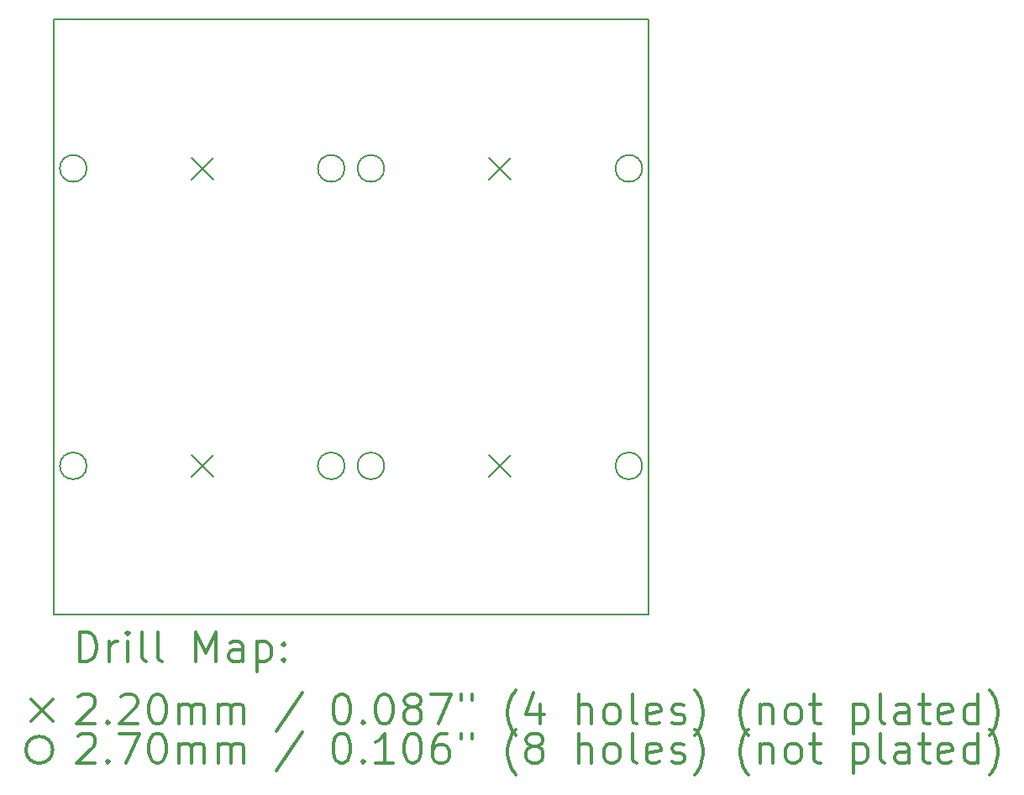
<source format=gbr>
%FSLAX45Y45*%
G04 Gerber Fmt 4.5, Leading zero omitted, Abs format (unit mm)*
G04 Created by KiCad (PCBNEW 4.0.6) date Saturday 24 June 2017 19:10:56*
%MOMM*%
%LPD*%
G01*
G04 APERTURE LIST*
%ADD10C,0.127000*%
%ADD11C,0.150000*%
%ADD12C,0.200000*%
%ADD13C,0.300000*%
G04 APERTURE END LIST*
D10*
D11*
X6000000Y0D02*
X0Y0D01*
X6000000Y6000000D02*
X0Y6000000D01*
X6000000Y0D02*
X6000000Y6000000D01*
X0Y6000000D02*
X0Y0D01*
D12*
X1390000Y4610000D02*
X1610000Y4390000D01*
X1610000Y4610000D02*
X1390000Y4390000D01*
X1390000Y1610000D02*
X1610000Y1390000D01*
X1610000Y1610000D02*
X1390000Y1390000D01*
X4390000Y4610000D02*
X4610000Y4390000D01*
X4610000Y4610000D02*
X4390000Y4390000D01*
X4390000Y1610000D02*
X4610000Y1390000D01*
X4610000Y1610000D02*
X4390000Y1390000D01*
X335000Y4500000D02*
G75*
G03X335000Y4500000I-135000J0D01*
G01*
X335000Y1500000D02*
G75*
G03X335000Y1500000I-135000J0D01*
G01*
X2935000Y4500000D02*
G75*
G03X2935000Y4500000I-135000J0D01*
G01*
X2935000Y1500000D02*
G75*
G03X2935000Y1500000I-135000J0D01*
G01*
X3335000Y4500000D02*
G75*
G03X3335000Y4500000I-135000J0D01*
G01*
X3335000Y1500000D02*
G75*
G03X3335000Y1500000I-135000J0D01*
G01*
X5935000Y4500000D02*
G75*
G03X5935000Y4500000I-135000J0D01*
G01*
X5935000Y1500000D02*
G75*
G03X5935000Y1500000I-135000J0D01*
G01*
D13*
X263929Y-473214D02*
X263929Y-173214D01*
X335357Y-173214D01*
X378214Y-187500D01*
X406786Y-216071D01*
X421071Y-244643D01*
X435357Y-301786D01*
X435357Y-344643D01*
X421071Y-401786D01*
X406786Y-430357D01*
X378214Y-458929D01*
X335357Y-473214D01*
X263929Y-473214D01*
X563929Y-473214D02*
X563929Y-273214D01*
X563929Y-330357D02*
X578214Y-301786D01*
X592500Y-287500D01*
X621071Y-273214D01*
X649643Y-273214D01*
X749643Y-473214D02*
X749643Y-273214D01*
X749643Y-173214D02*
X735357Y-187500D01*
X749643Y-201786D01*
X763928Y-187500D01*
X749643Y-173214D01*
X749643Y-201786D01*
X935357Y-473214D02*
X906786Y-458929D01*
X892500Y-430357D01*
X892500Y-173214D01*
X1092500Y-473214D02*
X1063929Y-458929D01*
X1049643Y-430357D01*
X1049643Y-173214D01*
X1435357Y-473214D02*
X1435357Y-173214D01*
X1535357Y-387500D01*
X1635357Y-173214D01*
X1635357Y-473214D01*
X1906786Y-473214D02*
X1906786Y-316072D01*
X1892500Y-287500D01*
X1863928Y-273214D01*
X1806786Y-273214D01*
X1778214Y-287500D01*
X1906786Y-458929D02*
X1878214Y-473214D01*
X1806786Y-473214D01*
X1778214Y-458929D01*
X1763928Y-430357D01*
X1763928Y-401786D01*
X1778214Y-373214D01*
X1806786Y-358929D01*
X1878214Y-358929D01*
X1906786Y-344643D01*
X2049643Y-273214D02*
X2049643Y-573214D01*
X2049643Y-287500D02*
X2078214Y-273214D01*
X2135357Y-273214D01*
X2163929Y-287500D01*
X2178214Y-301786D01*
X2192500Y-330357D01*
X2192500Y-416071D01*
X2178214Y-444643D01*
X2163929Y-458929D01*
X2135357Y-473214D01*
X2078214Y-473214D01*
X2049643Y-458929D01*
X2321071Y-444643D02*
X2335357Y-458929D01*
X2321071Y-473214D01*
X2306786Y-458929D01*
X2321071Y-444643D01*
X2321071Y-473214D01*
X2321071Y-287500D02*
X2335357Y-301786D01*
X2321071Y-316072D01*
X2306786Y-301786D01*
X2321071Y-287500D01*
X2321071Y-316072D01*
X-227500Y-857500D02*
X-7500Y-1077500D01*
X-7500Y-857500D02*
X-227500Y-1077500D01*
X249643Y-831786D02*
X263929Y-817500D01*
X292500Y-803214D01*
X363928Y-803214D01*
X392500Y-817500D01*
X406786Y-831786D01*
X421071Y-860357D01*
X421071Y-888929D01*
X406786Y-931786D01*
X235357Y-1103214D01*
X421071Y-1103214D01*
X549643Y-1074643D02*
X563929Y-1088929D01*
X549643Y-1103214D01*
X535357Y-1088929D01*
X549643Y-1074643D01*
X549643Y-1103214D01*
X678214Y-831786D02*
X692500Y-817500D01*
X721071Y-803214D01*
X792500Y-803214D01*
X821071Y-817500D01*
X835357Y-831786D01*
X849643Y-860357D01*
X849643Y-888929D01*
X835357Y-931786D01*
X663928Y-1103214D01*
X849643Y-1103214D01*
X1035357Y-803214D02*
X1063929Y-803214D01*
X1092500Y-817500D01*
X1106786Y-831786D01*
X1121071Y-860357D01*
X1135357Y-917500D01*
X1135357Y-988929D01*
X1121071Y-1046071D01*
X1106786Y-1074643D01*
X1092500Y-1088929D01*
X1063929Y-1103214D01*
X1035357Y-1103214D01*
X1006786Y-1088929D01*
X992500Y-1074643D01*
X978214Y-1046071D01*
X963928Y-988929D01*
X963928Y-917500D01*
X978214Y-860357D01*
X992500Y-831786D01*
X1006786Y-817500D01*
X1035357Y-803214D01*
X1263929Y-1103214D02*
X1263929Y-903214D01*
X1263929Y-931786D02*
X1278214Y-917500D01*
X1306786Y-903214D01*
X1349643Y-903214D01*
X1378214Y-917500D01*
X1392500Y-946071D01*
X1392500Y-1103214D01*
X1392500Y-946071D02*
X1406786Y-917500D01*
X1435357Y-903214D01*
X1478214Y-903214D01*
X1506786Y-917500D01*
X1521071Y-946071D01*
X1521071Y-1103214D01*
X1663928Y-1103214D02*
X1663928Y-903214D01*
X1663928Y-931786D02*
X1678214Y-917500D01*
X1706786Y-903214D01*
X1749643Y-903214D01*
X1778214Y-917500D01*
X1792500Y-946071D01*
X1792500Y-1103214D01*
X1792500Y-946071D02*
X1806786Y-917500D01*
X1835357Y-903214D01*
X1878214Y-903214D01*
X1906786Y-917500D01*
X1921071Y-946071D01*
X1921071Y-1103214D01*
X2506786Y-788929D02*
X2249643Y-1174643D01*
X2892500Y-803214D02*
X2921071Y-803214D01*
X2949643Y-817500D01*
X2963928Y-831786D01*
X2978214Y-860357D01*
X2992500Y-917500D01*
X2992500Y-988929D01*
X2978214Y-1046071D01*
X2963928Y-1074643D01*
X2949643Y-1088929D01*
X2921071Y-1103214D01*
X2892500Y-1103214D01*
X2863928Y-1088929D01*
X2849643Y-1074643D01*
X2835357Y-1046071D01*
X2821071Y-988929D01*
X2821071Y-917500D01*
X2835357Y-860357D01*
X2849643Y-831786D01*
X2863928Y-817500D01*
X2892500Y-803214D01*
X3121071Y-1074643D02*
X3135357Y-1088929D01*
X3121071Y-1103214D01*
X3106786Y-1088929D01*
X3121071Y-1074643D01*
X3121071Y-1103214D01*
X3321071Y-803214D02*
X3349643Y-803214D01*
X3378214Y-817500D01*
X3392500Y-831786D01*
X3406785Y-860357D01*
X3421071Y-917500D01*
X3421071Y-988929D01*
X3406785Y-1046071D01*
X3392500Y-1074643D01*
X3378214Y-1088929D01*
X3349643Y-1103214D01*
X3321071Y-1103214D01*
X3292500Y-1088929D01*
X3278214Y-1074643D01*
X3263928Y-1046071D01*
X3249643Y-988929D01*
X3249643Y-917500D01*
X3263928Y-860357D01*
X3278214Y-831786D01*
X3292500Y-817500D01*
X3321071Y-803214D01*
X3592500Y-931786D02*
X3563928Y-917500D01*
X3549643Y-903214D01*
X3535357Y-874643D01*
X3535357Y-860357D01*
X3549643Y-831786D01*
X3563928Y-817500D01*
X3592500Y-803214D01*
X3649643Y-803214D01*
X3678214Y-817500D01*
X3692500Y-831786D01*
X3706785Y-860357D01*
X3706785Y-874643D01*
X3692500Y-903214D01*
X3678214Y-917500D01*
X3649643Y-931786D01*
X3592500Y-931786D01*
X3563928Y-946071D01*
X3549643Y-960357D01*
X3535357Y-988929D01*
X3535357Y-1046071D01*
X3549643Y-1074643D01*
X3563928Y-1088929D01*
X3592500Y-1103214D01*
X3649643Y-1103214D01*
X3678214Y-1088929D01*
X3692500Y-1074643D01*
X3706785Y-1046071D01*
X3706785Y-988929D01*
X3692500Y-960357D01*
X3678214Y-946071D01*
X3649643Y-931786D01*
X3806785Y-803214D02*
X4006785Y-803214D01*
X3878214Y-1103214D01*
X4106786Y-803214D02*
X4106786Y-860357D01*
X4221071Y-803214D02*
X4221071Y-860357D01*
X4663928Y-1217500D02*
X4649643Y-1203214D01*
X4621071Y-1160357D01*
X4606786Y-1131786D01*
X4592500Y-1088929D01*
X4578214Y-1017500D01*
X4578214Y-960357D01*
X4592500Y-888929D01*
X4606786Y-846071D01*
X4621071Y-817500D01*
X4649643Y-774643D01*
X4663928Y-760357D01*
X4906786Y-903214D02*
X4906786Y-1103214D01*
X4835357Y-788929D02*
X4763928Y-1003214D01*
X4949643Y-1003214D01*
X5292500Y-1103214D02*
X5292500Y-803214D01*
X5421071Y-1103214D02*
X5421071Y-946071D01*
X5406786Y-917500D01*
X5378214Y-903214D01*
X5335357Y-903214D01*
X5306786Y-917500D01*
X5292500Y-931786D01*
X5606785Y-1103214D02*
X5578214Y-1088929D01*
X5563928Y-1074643D01*
X5549643Y-1046071D01*
X5549643Y-960357D01*
X5563928Y-931786D01*
X5578214Y-917500D01*
X5606785Y-903214D01*
X5649643Y-903214D01*
X5678214Y-917500D01*
X5692500Y-931786D01*
X5706785Y-960357D01*
X5706785Y-1046071D01*
X5692500Y-1074643D01*
X5678214Y-1088929D01*
X5649643Y-1103214D01*
X5606785Y-1103214D01*
X5878214Y-1103214D02*
X5849643Y-1088929D01*
X5835357Y-1060357D01*
X5835357Y-803214D01*
X6106786Y-1088929D02*
X6078214Y-1103214D01*
X6021071Y-1103214D01*
X5992500Y-1088929D01*
X5978214Y-1060357D01*
X5978214Y-946071D01*
X5992500Y-917500D01*
X6021071Y-903214D01*
X6078214Y-903214D01*
X6106786Y-917500D01*
X6121071Y-946071D01*
X6121071Y-974643D01*
X5978214Y-1003214D01*
X6235357Y-1088929D02*
X6263928Y-1103214D01*
X6321071Y-1103214D01*
X6349643Y-1088929D01*
X6363928Y-1060357D01*
X6363928Y-1046071D01*
X6349643Y-1017500D01*
X6321071Y-1003214D01*
X6278214Y-1003214D01*
X6249643Y-988929D01*
X6235357Y-960357D01*
X6235357Y-946071D01*
X6249643Y-917500D01*
X6278214Y-903214D01*
X6321071Y-903214D01*
X6349643Y-917500D01*
X6463928Y-1217500D02*
X6478214Y-1203214D01*
X6506786Y-1160357D01*
X6521071Y-1131786D01*
X6535357Y-1088929D01*
X6549643Y-1017500D01*
X6549643Y-960357D01*
X6535357Y-888929D01*
X6521071Y-846071D01*
X6506786Y-817500D01*
X6478214Y-774643D01*
X6463928Y-760357D01*
X7006786Y-1217500D02*
X6992500Y-1203214D01*
X6963928Y-1160357D01*
X6949643Y-1131786D01*
X6935357Y-1088929D01*
X6921071Y-1017500D01*
X6921071Y-960357D01*
X6935357Y-888929D01*
X6949643Y-846071D01*
X6963928Y-817500D01*
X6992500Y-774643D01*
X7006786Y-760357D01*
X7121071Y-903214D02*
X7121071Y-1103214D01*
X7121071Y-931786D02*
X7135357Y-917500D01*
X7163928Y-903214D01*
X7206786Y-903214D01*
X7235357Y-917500D01*
X7249643Y-946071D01*
X7249643Y-1103214D01*
X7435357Y-1103214D02*
X7406786Y-1088929D01*
X7392500Y-1074643D01*
X7378214Y-1046071D01*
X7378214Y-960357D01*
X7392500Y-931786D01*
X7406786Y-917500D01*
X7435357Y-903214D01*
X7478214Y-903214D01*
X7506786Y-917500D01*
X7521071Y-931786D01*
X7535357Y-960357D01*
X7535357Y-1046071D01*
X7521071Y-1074643D01*
X7506786Y-1088929D01*
X7478214Y-1103214D01*
X7435357Y-1103214D01*
X7621071Y-903214D02*
X7735357Y-903214D01*
X7663928Y-803214D02*
X7663928Y-1060357D01*
X7678214Y-1088929D01*
X7706786Y-1103214D01*
X7735357Y-1103214D01*
X8063928Y-903214D02*
X8063928Y-1203214D01*
X8063928Y-917500D02*
X8092500Y-903214D01*
X8149643Y-903214D01*
X8178214Y-917500D01*
X8192500Y-931786D01*
X8206786Y-960357D01*
X8206786Y-1046071D01*
X8192500Y-1074643D01*
X8178214Y-1088929D01*
X8149643Y-1103214D01*
X8092500Y-1103214D01*
X8063928Y-1088929D01*
X8378214Y-1103214D02*
X8349643Y-1088929D01*
X8335357Y-1060357D01*
X8335357Y-803214D01*
X8621071Y-1103214D02*
X8621071Y-946071D01*
X8606786Y-917500D01*
X8578214Y-903214D01*
X8521071Y-903214D01*
X8492500Y-917500D01*
X8621071Y-1088929D02*
X8592500Y-1103214D01*
X8521071Y-1103214D01*
X8492500Y-1088929D01*
X8478214Y-1060357D01*
X8478214Y-1031786D01*
X8492500Y-1003214D01*
X8521071Y-988929D01*
X8592500Y-988929D01*
X8621071Y-974643D01*
X8721071Y-903214D02*
X8835357Y-903214D01*
X8763929Y-803214D02*
X8763929Y-1060357D01*
X8778214Y-1088929D01*
X8806786Y-1103214D01*
X8835357Y-1103214D01*
X9049643Y-1088929D02*
X9021072Y-1103214D01*
X8963929Y-1103214D01*
X8935357Y-1088929D01*
X8921072Y-1060357D01*
X8921072Y-946071D01*
X8935357Y-917500D01*
X8963929Y-903214D01*
X9021072Y-903214D01*
X9049643Y-917500D01*
X9063929Y-946071D01*
X9063929Y-974643D01*
X8921072Y-1003214D01*
X9321072Y-1103214D02*
X9321072Y-803214D01*
X9321072Y-1088929D02*
X9292500Y-1103214D01*
X9235357Y-1103214D01*
X9206786Y-1088929D01*
X9192500Y-1074643D01*
X9178214Y-1046071D01*
X9178214Y-960357D01*
X9192500Y-931786D01*
X9206786Y-917500D01*
X9235357Y-903214D01*
X9292500Y-903214D01*
X9321072Y-917500D01*
X9435357Y-1217500D02*
X9449643Y-1203214D01*
X9478214Y-1160357D01*
X9492500Y-1131786D01*
X9506786Y-1088929D01*
X9521072Y-1017500D01*
X9521072Y-960357D01*
X9506786Y-888929D01*
X9492500Y-846071D01*
X9478214Y-817500D01*
X9449643Y-774643D01*
X9435357Y-760357D01*
X-7500Y-1363500D02*
G75*
G03X-7500Y-1363500I-135000J0D01*
G01*
X249643Y-1227786D02*
X263929Y-1213500D01*
X292500Y-1199214D01*
X363928Y-1199214D01*
X392500Y-1213500D01*
X406786Y-1227786D01*
X421071Y-1256357D01*
X421071Y-1284929D01*
X406786Y-1327786D01*
X235357Y-1499214D01*
X421071Y-1499214D01*
X549643Y-1470643D02*
X563929Y-1484929D01*
X549643Y-1499214D01*
X535357Y-1484929D01*
X549643Y-1470643D01*
X549643Y-1499214D01*
X663928Y-1199214D02*
X863928Y-1199214D01*
X735357Y-1499214D01*
X1035357Y-1199214D02*
X1063929Y-1199214D01*
X1092500Y-1213500D01*
X1106786Y-1227786D01*
X1121071Y-1256357D01*
X1135357Y-1313500D01*
X1135357Y-1384929D01*
X1121071Y-1442071D01*
X1106786Y-1470643D01*
X1092500Y-1484929D01*
X1063929Y-1499214D01*
X1035357Y-1499214D01*
X1006786Y-1484929D01*
X992500Y-1470643D01*
X978214Y-1442071D01*
X963928Y-1384929D01*
X963928Y-1313500D01*
X978214Y-1256357D01*
X992500Y-1227786D01*
X1006786Y-1213500D01*
X1035357Y-1199214D01*
X1263929Y-1499214D02*
X1263929Y-1299214D01*
X1263929Y-1327786D02*
X1278214Y-1313500D01*
X1306786Y-1299214D01*
X1349643Y-1299214D01*
X1378214Y-1313500D01*
X1392500Y-1342072D01*
X1392500Y-1499214D01*
X1392500Y-1342072D02*
X1406786Y-1313500D01*
X1435357Y-1299214D01*
X1478214Y-1299214D01*
X1506786Y-1313500D01*
X1521071Y-1342072D01*
X1521071Y-1499214D01*
X1663928Y-1499214D02*
X1663928Y-1299214D01*
X1663928Y-1327786D02*
X1678214Y-1313500D01*
X1706786Y-1299214D01*
X1749643Y-1299214D01*
X1778214Y-1313500D01*
X1792500Y-1342072D01*
X1792500Y-1499214D01*
X1792500Y-1342072D02*
X1806786Y-1313500D01*
X1835357Y-1299214D01*
X1878214Y-1299214D01*
X1906786Y-1313500D01*
X1921071Y-1342072D01*
X1921071Y-1499214D01*
X2506786Y-1184929D02*
X2249643Y-1570643D01*
X2892500Y-1199214D02*
X2921071Y-1199214D01*
X2949643Y-1213500D01*
X2963928Y-1227786D01*
X2978214Y-1256357D01*
X2992500Y-1313500D01*
X2992500Y-1384929D01*
X2978214Y-1442071D01*
X2963928Y-1470643D01*
X2949643Y-1484929D01*
X2921071Y-1499214D01*
X2892500Y-1499214D01*
X2863928Y-1484929D01*
X2849643Y-1470643D01*
X2835357Y-1442071D01*
X2821071Y-1384929D01*
X2821071Y-1313500D01*
X2835357Y-1256357D01*
X2849643Y-1227786D01*
X2863928Y-1213500D01*
X2892500Y-1199214D01*
X3121071Y-1470643D02*
X3135357Y-1484929D01*
X3121071Y-1499214D01*
X3106786Y-1484929D01*
X3121071Y-1470643D01*
X3121071Y-1499214D01*
X3421071Y-1499214D02*
X3249643Y-1499214D01*
X3335357Y-1499214D02*
X3335357Y-1199214D01*
X3306785Y-1242072D01*
X3278214Y-1270643D01*
X3249643Y-1284929D01*
X3606785Y-1199214D02*
X3635357Y-1199214D01*
X3663928Y-1213500D01*
X3678214Y-1227786D01*
X3692500Y-1256357D01*
X3706785Y-1313500D01*
X3706785Y-1384929D01*
X3692500Y-1442071D01*
X3678214Y-1470643D01*
X3663928Y-1484929D01*
X3635357Y-1499214D01*
X3606785Y-1499214D01*
X3578214Y-1484929D01*
X3563928Y-1470643D01*
X3549643Y-1442071D01*
X3535357Y-1384929D01*
X3535357Y-1313500D01*
X3549643Y-1256357D01*
X3563928Y-1227786D01*
X3578214Y-1213500D01*
X3606785Y-1199214D01*
X3963928Y-1199214D02*
X3906785Y-1199214D01*
X3878214Y-1213500D01*
X3863928Y-1227786D01*
X3835357Y-1270643D01*
X3821071Y-1327786D01*
X3821071Y-1442071D01*
X3835357Y-1470643D01*
X3849643Y-1484929D01*
X3878214Y-1499214D01*
X3935357Y-1499214D01*
X3963928Y-1484929D01*
X3978214Y-1470643D01*
X3992500Y-1442071D01*
X3992500Y-1370643D01*
X3978214Y-1342072D01*
X3963928Y-1327786D01*
X3935357Y-1313500D01*
X3878214Y-1313500D01*
X3849643Y-1327786D01*
X3835357Y-1342072D01*
X3821071Y-1370643D01*
X4106786Y-1199214D02*
X4106786Y-1256357D01*
X4221071Y-1199214D02*
X4221071Y-1256357D01*
X4663928Y-1613500D02*
X4649643Y-1599214D01*
X4621071Y-1556357D01*
X4606786Y-1527786D01*
X4592500Y-1484929D01*
X4578214Y-1413500D01*
X4578214Y-1356357D01*
X4592500Y-1284929D01*
X4606786Y-1242072D01*
X4621071Y-1213500D01*
X4649643Y-1170643D01*
X4663928Y-1156357D01*
X4821071Y-1327786D02*
X4792500Y-1313500D01*
X4778214Y-1299214D01*
X4763928Y-1270643D01*
X4763928Y-1256357D01*
X4778214Y-1227786D01*
X4792500Y-1213500D01*
X4821071Y-1199214D01*
X4878214Y-1199214D01*
X4906786Y-1213500D01*
X4921071Y-1227786D01*
X4935357Y-1256357D01*
X4935357Y-1270643D01*
X4921071Y-1299214D01*
X4906786Y-1313500D01*
X4878214Y-1327786D01*
X4821071Y-1327786D01*
X4792500Y-1342072D01*
X4778214Y-1356357D01*
X4763928Y-1384929D01*
X4763928Y-1442071D01*
X4778214Y-1470643D01*
X4792500Y-1484929D01*
X4821071Y-1499214D01*
X4878214Y-1499214D01*
X4906786Y-1484929D01*
X4921071Y-1470643D01*
X4935357Y-1442071D01*
X4935357Y-1384929D01*
X4921071Y-1356357D01*
X4906786Y-1342072D01*
X4878214Y-1327786D01*
X5292500Y-1499214D02*
X5292500Y-1199214D01*
X5421071Y-1499214D02*
X5421071Y-1342072D01*
X5406786Y-1313500D01*
X5378214Y-1299214D01*
X5335357Y-1299214D01*
X5306786Y-1313500D01*
X5292500Y-1327786D01*
X5606785Y-1499214D02*
X5578214Y-1484929D01*
X5563928Y-1470643D01*
X5549643Y-1442071D01*
X5549643Y-1356357D01*
X5563928Y-1327786D01*
X5578214Y-1313500D01*
X5606785Y-1299214D01*
X5649643Y-1299214D01*
X5678214Y-1313500D01*
X5692500Y-1327786D01*
X5706785Y-1356357D01*
X5706785Y-1442071D01*
X5692500Y-1470643D01*
X5678214Y-1484929D01*
X5649643Y-1499214D01*
X5606785Y-1499214D01*
X5878214Y-1499214D02*
X5849643Y-1484929D01*
X5835357Y-1456357D01*
X5835357Y-1199214D01*
X6106786Y-1484929D02*
X6078214Y-1499214D01*
X6021071Y-1499214D01*
X5992500Y-1484929D01*
X5978214Y-1456357D01*
X5978214Y-1342072D01*
X5992500Y-1313500D01*
X6021071Y-1299214D01*
X6078214Y-1299214D01*
X6106786Y-1313500D01*
X6121071Y-1342072D01*
X6121071Y-1370643D01*
X5978214Y-1399214D01*
X6235357Y-1484929D02*
X6263928Y-1499214D01*
X6321071Y-1499214D01*
X6349643Y-1484929D01*
X6363928Y-1456357D01*
X6363928Y-1442071D01*
X6349643Y-1413500D01*
X6321071Y-1399214D01*
X6278214Y-1399214D01*
X6249643Y-1384929D01*
X6235357Y-1356357D01*
X6235357Y-1342072D01*
X6249643Y-1313500D01*
X6278214Y-1299214D01*
X6321071Y-1299214D01*
X6349643Y-1313500D01*
X6463928Y-1613500D02*
X6478214Y-1599214D01*
X6506786Y-1556357D01*
X6521071Y-1527786D01*
X6535357Y-1484929D01*
X6549643Y-1413500D01*
X6549643Y-1356357D01*
X6535357Y-1284929D01*
X6521071Y-1242072D01*
X6506786Y-1213500D01*
X6478214Y-1170643D01*
X6463928Y-1156357D01*
X7006786Y-1613500D02*
X6992500Y-1599214D01*
X6963928Y-1556357D01*
X6949643Y-1527786D01*
X6935357Y-1484929D01*
X6921071Y-1413500D01*
X6921071Y-1356357D01*
X6935357Y-1284929D01*
X6949643Y-1242072D01*
X6963928Y-1213500D01*
X6992500Y-1170643D01*
X7006786Y-1156357D01*
X7121071Y-1299214D02*
X7121071Y-1499214D01*
X7121071Y-1327786D02*
X7135357Y-1313500D01*
X7163928Y-1299214D01*
X7206786Y-1299214D01*
X7235357Y-1313500D01*
X7249643Y-1342072D01*
X7249643Y-1499214D01*
X7435357Y-1499214D02*
X7406786Y-1484929D01*
X7392500Y-1470643D01*
X7378214Y-1442071D01*
X7378214Y-1356357D01*
X7392500Y-1327786D01*
X7406786Y-1313500D01*
X7435357Y-1299214D01*
X7478214Y-1299214D01*
X7506786Y-1313500D01*
X7521071Y-1327786D01*
X7535357Y-1356357D01*
X7535357Y-1442071D01*
X7521071Y-1470643D01*
X7506786Y-1484929D01*
X7478214Y-1499214D01*
X7435357Y-1499214D01*
X7621071Y-1299214D02*
X7735357Y-1299214D01*
X7663928Y-1199214D02*
X7663928Y-1456357D01*
X7678214Y-1484929D01*
X7706786Y-1499214D01*
X7735357Y-1499214D01*
X8063928Y-1299214D02*
X8063928Y-1599214D01*
X8063928Y-1313500D02*
X8092500Y-1299214D01*
X8149643Y-1299214D01*
X8178214Y-1313500D01*
X8192500Y-1327786D01*
X8206786Y-1356357D01*
X8206786Y-1442071D01*
X8192500Y-1470643D01*
X8178214Y-1484929D01*
X8149643Y-1499214D01*
X8092500Y-1499214D01*
X8063928Y-1484929D01*
X8378214Y-1499214D02*
X8349643Y-1484929D01*
X8335357Y-1456357D01*
X8335357Y-1199214D01*
X8621071Y-1499214D02*
X8621071Y-1342072D01*
X8606786Y-1313500D01*
X8578214Y-1299214D01*
X8521071Y-1299214D01*
X8492500Y-1313500D01*
X8621071Y-1484929D02*
X8592500Y-1499214D01*
X8521071Y-1499214D01*
X8492500Y-1484929D01*
X8478214Y-1456357D01*
X8478214Y-1427786D01*
X8492500Y-1399214D01*
X8521071Y-1384929D01*
X8592500Y-1384929D01*
X8621071Y-1370643D01*
X8721071Y-1299214D02*
X8835357Y-1299214D01*
X8763929Y-1199214D02*
X8763929Y-1456357D01*
X8778214Y-1484929D01*
X8806786Y-1499214D01*
X8835357Y-1499214D01*
X9049643Y-1484929D02*
X9021072Y-1499214D01*
X8963929Y-1499214D01*
X8935357Y-1484929D01*
X8921072Y-1456357D01*
X8921072Y-1342072D01*
X8935357Y-1313500D01*
X8963929Y-1299214D01*
X9021072Y-1299214D01*
X9049643Y-1313500D01*
X9063929Y-1342072D01*
X9063929Y-1370643D01*
X8921072Y-1399214D01*
X9321072Y-1499214D02*
X9321072Y-1199214D01*
X9321072Y-1484929D02*
X9292500Y-1499214D01*
X9235357Y-1499214D01*
X9206786Y-1484929D01*
X9192500Y-1470643D01*
X9178214Y-1442071D01*
X9178214Y-1356357D01*
X9192500Y-1327786D01*
X9206786Y-1313500D01*
X9235357Y-1299214D01*
X9292500Y-1299214D01*
X9321072Y-1313500D01*
X9435357Y-1613500D02*
X9449643Y-1599214D01*
X9478214Y-1556357D01*
X9492500Y-1527786D01*
X9506786Y-1484929D01*
X9521072Y-1413500D01*
X9521072Y-1356357D01*
X9506786Y-1284929D01*
X9492500Y-1242072D01*
X9478214Y-1213500D01*
X9449643Y-1170643D01*
X9435357Y-1156357D01*
M02*

</source>
